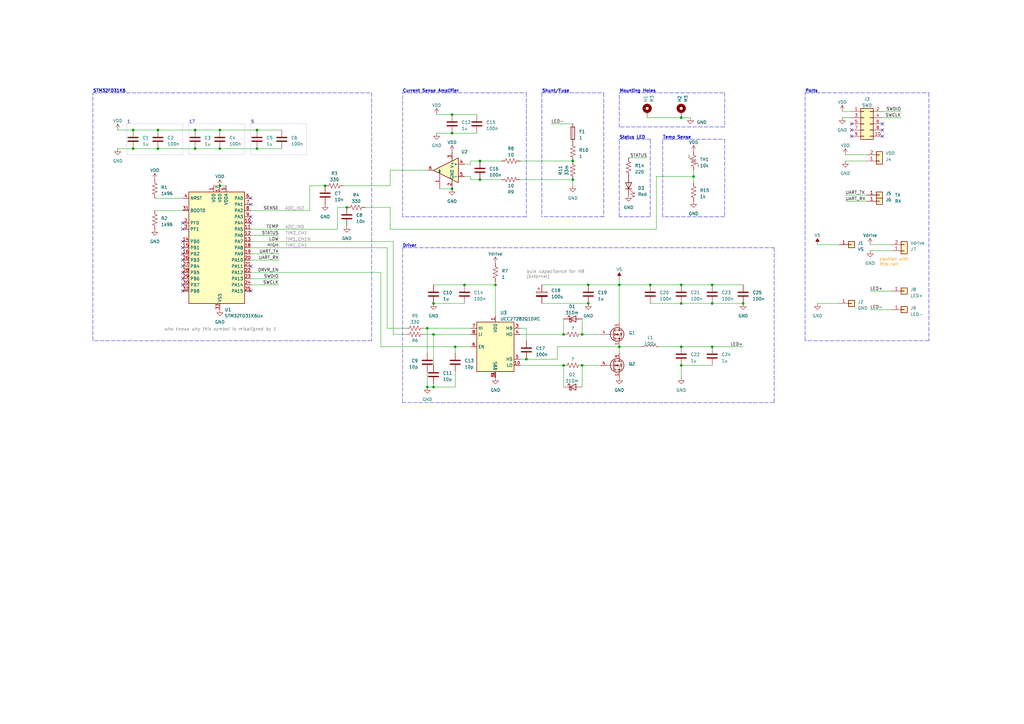
<source format=kicad_sch>
(kicad_sch (version 20230121) (generator eeschema)
  (paper "A3")
  (title_block (title "Onewheel Headlights V2") (date "2023-02-26") (rev "3") (company "Adin Ackerman") (comment 1 "https://github.com.adinack"))
  (junction (at 238.76 149.86))
  (junction (at 185.42 54.61))
  (junction (at 186.69 142.24))
  (junction (at 254 116.84))
  (junction (at 185.42 46.99))
  (junction (at 80.01 53.34))
  (junction (at 175.26 158.75))
  (junction (at 90.17 53.34))
  (junction (at 185.42 77.47))
  (junction (at 304.8 124.46))
  (junction (at 177.8 137.16))
  (junction (at 231.14 149.86))
  (junction (at 292.1 116.84))
  (junction (at 64.77 60.96))
  (junction (at 231.14 137.16))
  (junction (at 177.8 124.46))
  (junction (at 133.35 76.2))
  (junction (at 54.61 60.96))
  (junction (at 64.77 53.34))
  (junction (at 105.41 53.34))
  (junction (at 241.3 116.84))
  (junction (at 203.2 116.84))
  (junction (at 238.76 137.16))
  (junction (at 279.4 124.46))
  (junction (at 279.4 149.86))
  (junction (at 196.85 73.66))
  (junction (at 241.3 124.46))
  (junction (at 279.4 116.84))
  (junction (at 279.4 48.26))
  (junction (at 215.9 147.32))
  (junction (at 105.41 60.96))
  (junction (at 279.4 142.24))
  (junction (at 80.01 60.96))
  (junction (at 234.95 73.66))
  (junction (at 177.8 158.75))
  (junction (at 254 142.24))
  (junction (at 196.85 66.04))
  (junction (at 266.7 116.84))
  (junction (at 292.1 124.46))
  (junction (at 90.17 76.2))
  (junction (at 175.26 134.62))
  (junction (at 284.48 72.39))
  (junction (at 54.61 53.34))
  (junction (at 234.95 66.04))
  (junction (at 292.1 142.24))
  (junction (at 90.17 60.96))
  (junction (at 142.24 85.09))
  (junction (at 190.5 116.84))
  (no_connect (at 102.87 109.22))
  (no_connect (at 74.93 116.84))
  (no_connect (at 74.93 106.68))
  (no_connect (at 74.93 109.22))
  (no_connect (at 74.93 91.44))
  (no_connect (at 74.93 99.06))
  (no_connect (at 102.87 83.82))
  (no_connect (at 74.93 104.14))
  (no_connect (at 102.87 91.44))
  (no_connect (at 349.25 50.8))
  (no_connect (at 102.87 119.38))
  (no_connect (at 349.25 55.88))
  (no_connect (at 361.95 55.88))
  (no_connect (at 361.95 50.8))
  (no_connect (at 102.87 88.9))
  (no_connect (at 102.87 81.28))
  (no_connect (at 74.93 93.98))
  (no_connect (at 349.25 53.34))
  (no_connect (at 361.95 53.34))
  (no_connect (at 74.93 114.3))
  (no_connect (at 74.93 119.38))
  (no_connect (at 74.93 101.6))
  (no_connect (at 74.93 111.76))
  (polyline (pts (xy 165.1 88.9) (xy 165.1 38.1)) (stroke (width 0) (type dash)))
  (wire (pts (xy 160.02 69.85) (xy 160.02 76.2)))
  (wire (pts (xy 186.69 142.24) (xy 193.04 142.24)))
  (wire (pts (xy 175.26 158.75) (xy 175.26 152.4)))
  (polyline (pts (xy 222.25 38.1) (xy 247.65 38.1)) (stroke (width 0) (type dash)))
  (polyline (pts (xy 297.18 38.1) (xy 297.18 52.07)) (stroke (width 0) (type dash)))
  (wire (pts (xy 193.04 67.31) (xy 193.04 66.04)))
  (wire (pts (xy 173.99 137.16) (xy 177.8 137.16)))
  (polyline (pts (xy 381 38.1) (xy 381 139.7)) (stroke (width 0) (type dash)))
  (wire (pts (xy 102.87 106.68) (xy 114.3 106.68)))
  (wire (pts (xy 185.42 46.99) (xy 195.58 46.99)))
  (wire (pts (xy 270.51 142.24) (xy 279.4 142.24)))
  (wire (pts (xy 138.43 85.09) (xy 142.24 85.09)))
  (wire (pts (xy 161.29 137.16) (xy 166.37 137.16)))
  (wire (pts (xy 105.41 53.34) (xy 115.57 53.34)))
  (polyline (pts (xy 152.4 38.1) (xy 152.4 139.7)) (stroke (width 0) (type dash)))
  (polyline (pts (xy 215.9 38.1) (xy 215.9 88.9)) (stroke (width 0) (type dash)))
  (polyline (pts (xy 271.78 57.15) (xy 297.18 57.15)) (stroke (width 0) (type dash)))
  (polyline (pts (xy 254 52.07) (xy 254 38.1)) (stroke (width 0) (type dash)))
  (polyline (pts (xy 165.1 165.1) (xy 165.1 101.6)) (stroke (width 0) (type dash)))
  (wire (pts (xy 265.43 48.26) (xy 279.4 48.26)))
  (wire (pts (xy 222.25 124.46) (xy 241.3 124.46)))
  (wire (pts (xy 177.8 158.75) (xy 175.26 158.75)))
  (wire (pts (xy 190.5 116.84) (xy 203.2 116.84)))
  (polyline (pts (xy 38.1 38.1) (xy 152.4 38.1)) (stroke (width 0) (type dash)))
  (wire (pts (xy 186.69 142.24) (xy 186.69 144.78)))
  (wire (pts (xy 346.71 80.01) (xy 355.6 80.01)))
  (wire (pts (xy 284.48 72.39) (xy 284.48 74.93)))
  (polyline (pts (xy 266.7 57.15) (xy 266.7 88.9)) (stroke (width 0) (type dash)))
  (wire (pts (xy 179.07 54.61) (xy 185.42 54.61)))
  (wire (pts (xy 228.6 142.24) (xy 228.6 147.32)))
  (wire (pts (xy 185.42 54.61) (xy 195.58 54.61)))
  (wire (pts (xy 48.26 53.34) (xy 54.61 53.34)))
  (wire (pts (xy 231.14 130.81) (xy 231.14 137.16)))
  (polyline (pts (xy 297.18 88.9) (xy 271.78 88.9)) (stroke (width 0) (type dash)))
  (wire (pts (xy 177.8 158.75) (xy 186.69 158.75)))
  (polyline (pts (xy 330.2 139.7) (xy 330.2 38.1)) (stroke (width 0) (type dash)))
  (wire (pts (xy 127 86.36) (xy 127 76.2)))
  (wire (pts (xy 102.87 86.36) (xy 127 86.36)))
  (wire (pts (xy 177.8 116.84) (xy 190.5 116.84)))
  (wire (pts (xy 185.42 77.47) (xy 180.34 77.47)))
  (wire (pts (xy 241.3 116.84) (xy 254 116.84)))
  (wire (pts (xy 158.75 134.62) (xy 158.75 101.6)))
  (wire (pts (xy 361.95 45.72) (xy 369.57 45.72)))
  (wire (pts (xy 48.26 60.96) (xy 54.61 60.96)))
  (wire (pts (xy 102.87 96.52) (xy 114.3 96.52)))
  (polyline (pts (xy 297.18 52.07) (xy 254 52.07)) (stroke (width 0) (type dash)))
  (wire (pts (xy 222.25 116.84) (xy 241.3 116.84)))
  (wire (pts (xy 54.61 53.34) (xy 64.77 53.34)))
  (wire (pts (xy 80.01 60.96) (xy 90.17 60.96)))
  (wire (pts (xy 254 114.3) (xy 254 116.84)))
  (wire (pts (xy 356.87 127) (xy 365.76 127)))
  (wire (pts (xy 234.95 73.66) (xy 234.95 76.2)))
  (polyline (pts (xy 317.5 101.6) (xy 317.5 165.1)) (stroke (width 0) (type dash)))
  (wire (pts (xy 160.02 69.85) (xy 175.26 69.85)))
  (polyline (pts (xy 254 38.1) (xy 297.18 38.1)) (stroke (width 0) (type dash)))
  (wire (pts (xy 238.76 149.86) (xy 238.76 158.75)))
  (wire (pts (xy 161.29 99.06) (xy 161.29 137.16)))
  (wire (pts (xy 266.7 124.46) (xy 279.4 124.46)))
  (wire (pts (xy 213.36 147.32) (xy 215.9 147.32)))
  (wire (pts (xy 279.4 142.24) (xy 292.1 142.24)))
  (wire (pts (xy 213.36 73.66) (xy 234.95 73.66)))
  (polyline (pts (xy 271.78 88.9) (xy 271.78 57.15)) (stroke (width 0) (type dash)))
  (wire (pts (xy 173.99 134.62) (xy 175.26 134.62)))
  (polyline (pts (xy 247.65 38.1) (xy 247.65 88.9)) (stroke (width 0) (type dash)))
  (wire (pts (xy 279.4 48.26) (xy 283.21 48.26)))
  (wire (pts (xy 345.44 48.26) (xy 349.25 48.26)))
  (wire (pts (xy 64.77 60.96) (xy 80.01 60.96)))
  (wire (pts (xy 90.17 60.96) (xy 105.41 60.96)))
  (wire (pts (xy 269.24 72.39) (xy 284.48 72.39)))
  (wire (pts (xy 105.41 60.96) (xy 115.57 60.96)))
  (wire (pts (xy 179.07 46.99) (xy 185.42 46.99)))
  (wire (pts (xy 228.6 142.24) (xy 254 142.24)))
  (wire (pts (xy 238.76 137.16) (xy 246.38 137.16)))
  (wire (pts (xy 215.9 147.32) (xy 228.6 147.32)))
  (wire (pts (xy 87.63 76.2) (xy 90.17 76.2)))
  (wire (pts (xy 63.5 81.28) (xy 74.93 81.28)))
  (wire (pts (xy 356.87 100.33) (xy 365.76 100.33)))
  (wire (pts (xy 213.36 137.16) (xy 231.14 137.16)))
  (wire (pts (xy 158.75 134.62) (xy 166.37 134.62)))
  (wire (pts (xy 193.04 73.66) (xy 196.85 73.66)))
  (polyline (pts (xy 254 88.9) (xy 254 57.15)) (stroke (width 0) (type dash)))
  (wire (pts (xy 63.5 86.36) (xy 74.93 86.36)))
  (wire (pts (xy 175.26 134.62) (xy 175.26 144.78)))
  (wire (pts (xy 102.87 93.98) (xy 138.43 93.98)))
  (wire (pts (xy 175.26 134.62) (xy 193.04 134.62)))
  (wire (pts (xy 80.01 53.34) (xy 90.17 53.34)))
  (polyline (pts (xy 330.2 38.1) (xy 381 38.1)) (stroke (width 0) (type dash)))
  (wire (pts (xy 213.36 66.04) (xy 234.95 66.04)))
  (polyline (pts (xy 215.9 88.9) (xy 165.1 88.9)) (stroke (width 0) (type dash)))
  (wire (pts (xy 203.2 116.84) (xy 203.2 129.54)))
  (wire (pts (xy 102.87 104.14) (xy 114.3 104.14)))
  (wire (pts (xy 90.17 53.34) (xy 105.41 53.34)))
  (wire (pts (xy 279.4 124.46) (xy 292.1 124.46)))
  (wire (pts (xy 177.8 137.16) (xy 177.8 149.86)))
  (polyline (pts (xy 165.1 101.6) (xy 317.5 101.6)) (stroke (width 0) (type dash)))
  (wire (pts (xy 346.71 63.5) (xy 355.6 63.5)))
  (polyline (pts (xy 254 57.15) (xy 266.7 57.15)) (stroke (width 0) (type dash)))
  (wire (pts (xy 160.02 85.09) (xy 160.02 93.98)))
  (wire (pts (xy 177.8 137.16) (xy 193.04 137.16)))
  (polyline (pts (xy 247.65 88.9) (xy 222.25 88.9)) (stroke (width 0) (type dash)))
  (wire (pts (xy 292.1 124.46) (xy 304.8 124.46)))
  (wire (pts (xy 238.76 149.86) (xy 246.38 149.86)))
  (wire (pts (xy 335.28 124.46) (xy 344.17 124.46)))
  (wire (pts (xy 140.97 76.2) (xy 160.02 76.2)))
  (polyline (pts (xy 297.18 57.15) (xy 297.18 88.9)) (stroke (width 0) (type dash)))
  (wire (pts (xy 149.86 85.09) (xy 160.02 85.09)))
  (wire (pts (xy 193.04 72.39) (xy 190.5 72.39)))
  (wire (pts (xy 193.04 72.39) (xy 193.04 73.66)))
  (wire (pts (xy 231.14 149.86) (xy 231.14 158.75)))
  (wire (pts (xy 64.77 53.34) (xy 80.01 53.34)))
  (wire (pts (xy 177.8 124.46) (xy 190.5 124.46)))
  (wire (pts (xy 345.44 45.72) (xy 349.25 45.72)))
  (polyline (pts (xy 381 139.7) (xy 330.2 139.7)) (stroke (width 0) (type dash)))
  (polyline (pts (xy 152.4 139.7) (xy 38.1 139.7)) (stroke (width 0) (type dash)))
  (wire (pts (xy 279.4 116.84) (xy 292.1 116.84)))
  (wire (pts (xy 196.85 66.04) (xy 205.74 66.04)))
  (wire (pts (xy 361.95 48.26) (xy 369.57 48.26)))
  (wire (pts (xy 257.81 64.77) (xy 265.43 64.77)))
  (wire (pts (xy 346.71 66.04) (xy 355.6 66.04)))
  (wire (pts (xy 160.02 93.98) (xy 269.24 93.98)))
  (wire (pts (xy 346.71 82.55) (xy 355.6 82.55)))
  (wire (pts (xy 266.7 116.84) (xy 279.4 116.84)))
  (wire (pts (xy 90.17 76.2) (xy 92.71 76.2)))
  (wire (pts (xy 254 142.24) (xy 262.89 142.24)))
  (wire (pts (xy 238.76 130.81) (xy 238.76 137.16)))
  (polyline (pts (xy 266.7 88.9) (xy 254 88.9)) (stroke (width 0) (type dash)))
  (wire (pts (xy 335.28 100.33) (xy 344.17 100.33)))
  (wire (pts (xy 193.04 66.04) (xy 196.85 66.04)))
  (wire (pts (xy 177.8 157.48) (xy 177.8 158.75)))
  (wire (pts (xy 156.21 142.24) (xy 156.21 111.76)))
  (polyline (pts (xy 317.5 165.1) (xy 165.1 165.1)) (stroke (width 0) (type dash)))
  (wire (pts (xy 356.87 102.87) (xy 365.76 102.87)))
  (wire (pts (xy 203.2 116.84) (xy 203.2 115.57)))
  (wire (pts (xy 254 116.84) (xy 266.7 116.84)))
  (wire (pts (xy 254 144.78) (xy 254 142.24)))
  (wire (pts (xy 190.5 67.31) (xy 193.04 67.31)))
  (wire (pts (xy 284.48 69.85) (xy 284.48 72.39)))
  (wire (pts (xy 54.61 60.96) (xy 64.77 60.96)))
  (wire (pts (xy 279.4 149.86) (xy 292.1 149.86)))
  (wire (pts (xy 292.1 116.84) (xy 304.8 116.84)))
  (wire (pts (xy 138.43 93.98) (xy 138.43 85.09)))
  (polyline (pts (xy 38.1 139.7) (xy 38.1 38.1)) (stroke (width 0) (type dash)))
  (wire (pts (xy 161.29 99.06) (xy 102.87 99.06)))
  (wire (pts (xy 254 116.84) (xy 254 132.08)))
  (wire (pts (xy 127 76.2) (xy 133.35 76.2)))
  (wire (pts (xy 196.85 73.66) (xy 205.74 73.66)))
  (wire (pts (xy 292.1 142.24) (xy 304.8 142.24)))
  (wire (pts (xy 269.24 93.98) (xy 269.24 72.39)))
  (wire (pts (xy 234.95 50.8) (xy 226.06 50.8)))
  (wire (pts (xy 102.87 101.6) (xy 158.75 101.6)))
  (wire (pts (xy 156.21 142.24) (xy 186.69 142.24)))
  (wire (pts (xy 356.87 119.38) (xy 365.76 119.38)))
  (wire (pts (xy 102.87 114.3) (xy 114.3 114.3)))
  (wire (pts (xy 186.69 158.75) (xy 186.69 152.4)))
  (wire (pts (xy 279.4 149.86) (xy 279.4 154.94)))
  (wire (pts (xy 215.9 134.62) (xy 213.36 134.62)))
  (polyline (pts (xy 165.1 38.1) (xy 215.9 38.1)) (stroke (width 0) (type dash)))
  (wire (pts (xy 102.87 111.76) (xy 156.21 111.76)))
  (polyline (pts (xy 222.25 38.1) (xy 222.25 88.9)) (stroke (width 0) (type dash)))
  (wire (pts (xy 102.87 116.84) (xy 114.3 116.84)))
  (wire (pts (xy 215.9 139.7) (xy 215.9 134.62)))
  (wire (pts (xy 231.14 149.86) (xy 213.36 149.86)))
  (rectangle (start 77.47 50.8) (end 100.33 63.5) (stroke (width 0) (type dot)))
  (rectangle (start 102.87 50.8) (end 125.73 63.5) (stroke (width 0) (type dot)))
  (rectangle (start 52.07 50.8) (end 74.93 63.5) (stroke (width 0) (type dot)))
  (text "Current Sense Amplifier" (at 165.1 38.1 0) (effects (font (size 1.27 1.27) (thickness 0.254) bold) (justify left bottom)))
  (text "ADC_IN5" (at 116.84 93.98 0) (effects (font (size 1.27 1.27) italic) (justify left bottom)))
  (text "Ports" (at 330.2 38.1 0) (effects (font (size 1.27 1.27) (thickness 0.254) bold) (justify left bottom)))
  (text "Shunt/Fuse" (at 222.25 38.1 0) (effects (font (size 1.27 1.27) (thickness 0.254) bold) (justify left bottom)))
  (text "STM32F031K6" (at 38.1 38.1 0) (effects (font (size 1.27 1.27) (thickness 0.254) bold) (justify left bottom)))
  (text "caution with\nthis rail" (at 360.68 109.22 0) (effects (font (size 1.27 1.27) italic) (justify left bottom)))
  (text "LED Low Side" (at 222.25 91.44 0) (effects (font (size 1.27 1.27) italic) (justify left bottom)))
  (text "TIM3_CH1" (at 116.84 96.52 0) (effects (font (size 1.27 1.27) italic) (justify left bottom)))
  (text "Driver" (at 165.1 101.6 0) (effects (font (size 1.27 1.27) (thickness 0.254) bold) (justify left bottom)))
  (text "bulk capacitance for HB\n(external)" (at 215.9 114.3 0) (effects (font (size 1.27 1.27) italic) (justify left bottom)))
  (text "1" (at 52.07 50.8 0) (effects (font (size 1.27 1.27)) (justify left bottom)))
  (text "Status LED" (at 254 57.15 0) (effects (font (size 1.27 1.27) (thickness 0.254) bold) (justify left bottom)))
  (text "TIM1_CH1N" (at 116.84 99.06 0) (effects (font (size 1.27 1.27) italic) (justify left bottom)))
  (text "17" (at 77.47 50.8 0) (effects (font (size 1.27 1.27)) (justify left bottom)))
  (text "LED High Side" (at 165.1 167.64 0) (effects (font (size 1.27 1.27) italic) (justify left bottom)))
  (text "ADC_IN2" (at 116.84 86.36 0) (effects (font (size 1.27 1.27) italic) (justify left bottom)))
  (text "TIM1_CH1" (at 116.84 101.6 0) (effects (font (size 1.27 1.27) italic) (justify left bottom)))
  (text "5" (at 102.87 50.8 0) (effects (font (size 1.27 1.27)) (justify left bottom)))
  (text "Mounting Holes" (at 254 38.1 0) (effects (font (size 1.27 1.27) (thickness 0.254) bold) (justify left bottom)))
  (text "who knows why this symbol is misaligned by 1" (at 67.31 135.89 0) (effects (font (size 1.27 1.27) italic) (justify left bottom)))
  (text "Temp Sense" (at 271.78 57.15 0) (effects (font (size 1.27 1.27) (thickness 0.254) bold) (justify left bottom)))
  (label "SWDIO" (at 114.3 114.3 180))
  (label "LOW" (at 114.3 99.06 180))
  (label "LED+" (at 304.8 142.24 180))
  (label "UART_TX" (at 346.71 80.01 0))
  (label "UART_TX" (at 114.3 104.14 180))
  (label "SWDIO" (at 369.57 45.72 180))
  (label "UART_RX" (at 346.71 82.55 0))
  (label "SENSE" (at 114.3 86.36 180))
  (label "STATUS" (at 265.43 64.77 180))
  (label "UART_RX" (at 114.3 106.68 180))
  (label "DRVR_EN" (at 114.3 111.76 180))
  (label "LED-" (at 356.87 127 0))
  (label "LED-" (at 226.06 50.8 0))
  (label "HIGH" (at 114.3 101.6 180))
  (label "SWCLK" (at 114.3 116.84 180))
  (label "STATUS" (at 114.3 96.52 180))
  (label "TEMP" (at 114.3 93.98 180))
  (label "SWCLK" (at 369.57 48.26 180))
  (label "LED+" (at 356.87 119.38 0))
  (symbol (lib_id "Device:C") (at 175.26 148.59 0) (mirror y) (unit 1)
    (property "Reference" "C9" (at 171.45 147.955 0) (effects (justify left)))
    (property "Value" "10p" (at 171.45 150.495 0) (effects (justify left)))
    (property "Footprint" "Capacitor_SMD:C_0402_1005Metric" (effects hide))
    (property "Datasheet" "https://www.mouser.com/datasheet/2/281/1/GCM1555C1H100JA16_01A-3141560.pdf" (effects hide))
    (property "Order" "https://www.mouser.com/ProductDetail/Murata-Electronics/GCM1555C1H100JA16D?qs=sGAEpiMZZMvsSlwiRhF8qvR/68X1lAmijhNGBYQgov8%3D" (effects hide))
  )
  (symbol (lib_id "power:VDD") (at 185.42 62.23 0) (mirror y) (unit 1)
    (property "Reference" "#PWR013" (effects hide))
    (property "Value" "VDD" (at 185.42 58.42 0))
  )
  (symbol (lib_id "Connector_Generic:Conn_01x01") (at 360.68 82.55 0) (unit 1) (in_bom no)
    (property "Reference" "J6" (at 363.22 81.915 0) (effects (justify left)))
    (property "Value" "RX" (at 367.03 82.55 0) (effects (justify left)))
    (property "Footprint" "Connector_Wire:SolderWirePad_1x01_SMD_1x2mm" (effects hide))
  )
  (symbol (lib_id "Device:C") (at 304.8 120.65 0) (unit 1)
    (property "Reference" "C25" (at 308.61 120.015 0) (effects (justify left)))
    (property "Value" "100n" (at 308.61 122.555 0) (effects (justify left)))
    (property "Footprint" "Capacitor_SMD:C_1206_3216Metric" (effects hide))
    (property "Datasheet" "https://www.mouser.com/datasheet/2/281/1/GRM31CR72E104KW03_10B-3157108.pdf" (effects hide))
    (property "Order" "https://www.mouser.com/ProductDetail/Murata-Electronics/GRM31CR72E104KW03L?qs=sGAEpiMZZMvsSlwiRhF8qvT4bkVcFZUp1/0POtGxozQ%3D" (effects hide))
  )
  (symbol (lib_id "Device:C") (at 133.35 80.01 0) (mirror y) (unit 1)
    (property "Reference" "C7" (at 137.16 79.375 0) (effects (justify right)))
    (property "Value" "10n" (at 137.16 81.915 0) (effects (justify right)))
    (property "Footprint" "Capacitor_SMD:C_0402_1005Metric" (effects hide))
    (property "Datasheet" "https://www.mouser.com/datasheet/2/281/1/GRM155R71H103JA88_01A-1983993.pdf" (effects hide))
    (property "Order" "https://www.mouser.com/ProductDetail/Murata-Electronics/GRM155R71H103JA88D?qs=sGAEpiMZZMvsSlwiRhF8qjDUpFPnFxE4OZGgFc2Y97o%3D" (effects hide))
  )
  (symbol (lib_id "power:GND") (at 234.95 76.2 0) (unit 1)
    (property "Reference" "#PWR017" (effects hide))
    (property "Value" "GND" (at 234.95 81.28 0))
  )
  (symbol (lib_id "Device:C") (at 90.17 57.15 0) (mirror y) (unit 1)
    (property "Reference" "C4" (at 93.98 56.515 0) (effects (justify right)))
    (property "Value" "100n" (at 93.98 59.055 0) (effects (justify right)))
    (property "Footprint" "Capacitor_SMD:C_0402_1005Metric" (effects hide))
    (property "Datasheet" "https://www.mouser.com/datasheet/2/281/1/GRM155R71H104KE14_01A-1984472.pdf" (effects hide))
    (property "Order" "https://www.mouser.com/ProductDetail/Murata-Electronics/GRM155R71H104KE14D?qs=sGAEpiMZZMvsSlwiRhF8qkiosXznb836lYH0b0rR9OM%3D" (effects hide))
  )
  (symbol (lib_id "Device:R_US") (at 234.95 137.16 90) (unit 1)
    (property "Reference" "R12" (effects hide))
    (property "Value" "?" (at 234.95 134.62 90))
    (property "Footprint" "Resistor_SMD:R_0402_1005Metric" (effects hide))
  )
  (symbol (lib_id "Device:LED") (at 257.81 76.2 90) (unit 1)
    (property "Reference" "D3" (at 261.62 77.1525 90) (effects (justify right)))
    (property "Value" "Red" (at 261.62 79.6925 90) (effects (justify right)))
    (property "Footprint" "LED_SMD:LED_0603_1608Metric" (effects hide))
    (property "Datasheet" "https://www.rohm.com/datasheet?p=SML-D12U8W&dist=Mouser&media=referral&source=mouser.com&campaign=Mouser" (effects hide))
    (property "Order" "https://www.mouser.com/ProductDetail/ROHM-Semiconductor/SML-D12U8WT86?qs=4kLU8WoGk0umlYXJCpvv7Q%3D%3D" (effects hide))
  )
  (symbol (lib_id "power:Vdrive") (at 356.87 100.33 0) (unit 1)
    (property "Reference" "#PWR033" (effects hide))
    (property "Value" "Vdrive" (at 356.87 96.52 0))
  )
  (symbol (lib_id "Device:R_US") (at 284.48 78.74 0) (unit 1)
    (property "Reference" "R15" (at 287.02 78.105 0) (effects (justify left)))
    (property "Value" "1k" (at 287.02 80.645 0) (effects (justify left)))
    (property "Footprint" "Resistor_SMD:R_0402_1005Metric" (effects hide))
  )
  (symbol (lib_id "power:GND") (at 203.2 154.94 0) (unit 1)
    (property "Reference" "#PWR016" (effects hide))
    (property "Value" "GND" (at 203.2 160.02 0))
  )
  (symbol (lib_id "Device:R_US") (at 63.5 77.47 0) (unit 1)
    (property "Reference" "R1" (at 66.04 76.835 0) (effects (justify left)))
    (property "Value" "1k96" (at 66.04 79.375 0) (effects (justify left)))
    (property "Footprint" "Resistor_SMD:R_0402_1005Metric" (effects hide))
    (property "Datasheet" "https://www.mouser.com/datasheet/2/315/AOA0000C304-1149620.pdf" (effects hide))
    (property "Order" "https://www.mouser.com/ProductDetail/Panasonic/ERJ-2RKF1961X?qs=sGAEpiMZZMvdGkrng054t8AJgcdMkx7x5IKyyujYtaU%3D" (effects hide))
  )
  (symbol (lib_id "Device:C") (at 142.24 88.9 0) (mirror y) (unit 1)
    (property "Reference" "C8" (at 146.05 88.265 0) (effects (justify right)))
    (property "Value" "10n" (at 146.05 90.805 0) (effects (justify right)))
    (property "Footprint" "Capacitor_SMD:C_0402_1005Metric" (effects hide))
    (property "Datasheet" "https://www.mouser.com/datasheet/2/281/1/GRM155R71H103JA88_01A-1983993.pdf" (effects hide))
    (property "Order" "https://www.mouser.com/ProductDetail/Murata-Electronics/GRM155R71H103JA88D?qs=sGAEpiMZZMvsSlwiRhF8qjDUpFPnFxE4OZGgFc2Y97o%3D" (effects hide))
  )
  (symbol (lib_id "Device:C") (at 105.41 57.15 0) (mirror y) (unit 1)
    (property "Reference" "C5" (at 109.22 56.515 0) (effects (justify right)))
    (property "Value" "1u" (at 109.22 59.055 0) (effects (justify right)))
    (property "Footprint" "Capacitor_SMD:C_0402_1005Metric" (effects hide))
    (property "Datasheet" "https://www.mouser.com/datasheet/2/281/1/GRM155R61E105MA12_01A-1983855.pdf" (effects hide))
    (property "Order" "https://www.mouser.com/ProductDetail/Murata-Electronics/GRM155R61E105MA12D?qs=sGAEpiMZZMvsSlwiRhF8qn/MY8sF09EMt6YIYFXIeZ4zDFGHyab92w%3D%3D" (effects hide))
  )
  (symbol (lib_id "Device:C") (at 292.1 120.65 0) (unit 1)
    (property "Reference" "C23" (at 295.91 120.015 0) (effects (justify left)))
    (property "Value" "100n" (at 295.91 122.555 0) (effects (justify left)))
    (property "Footprint" "Capacitor_SMD:C_1206_3216Metric" (effects hide))
    (property "Datasheet" "https://www.mouser.com/datasheet/2/281/1/GRM31CR72E104KW03_10B-3157108.pdf" (effects hide))
    (property "Order" "https://www.mouser.com/ProductDetail/Murata-Electronics/GRM31CR72E104KW03L?qs=sGAEpiMZZMvsSlwiRhF8qvT4bkVcFZUp1/0POtGxozQ%3D" (effects hide))
  )
  (symbol (lib_id "Device:R_US") (at 63.5 90.17 0) (unit 1)
    (property "Reference" "R2" (at 66.04 89.535 0) (effects (justify left)))
    (property "Value" "1k96" (at 66.04 92.075 0) (effects (justify left)))
    (property "Footprint" "Resistor_SMD:R_0402_1005Metric" (effects hide))
    (property "Datasheet" "https://www.mouser.com/datasheet/2/315/AOA0000C304-1149620.pdf" (effects hide))
    (property "Order" "https://www.mouser.com/ProductDetail/Panasonic/ERJ-2RKF1961X?qs=sGAEpiMZZMvdGkrng054t8AJgcdMkx7x5IKyyujYtaU%3D" (effects hide))
  )
  (symbol (lib_id "power:GND") (at 356.87 102.87 0) (unit 1)
    (property "Reference" "#PWR034" (effects hide))
    (property "Value" "GND" (at 356.87 107.95 0))
  )
  (symbol (lib_id "power:GND") (at 283.21 48.26 0) (unit 1)
    (property "Reference" "#PWR023" (effects hide))
    (property "Value" "GND" (at 285.75 50.165 0) (effects (justify left)))
  )
  (symbol (lib_id "power:VDD") (at 48.26 53.34 0) (unit 1)
    (property "Reference" "#PWR01" (effects hide))
    (property "Value" "VDD" (at 48.26 49.53 0))
  )
  (symbol (lib_id "Transistor_FET:BSC190N12NS3G") (at 251.46 137.16 0) (unit 1)
    (property "Reference" "Q1" (at 257.81 136.525 0) (effects (justify left)))
    (property "Value" "BSC190N12NS3G" (effects hide))
    (property "Footprint" "Package_TO_SOT_SMD:TDSON-8-1" (effects hide))
    (property "Datasheet" "https://www.mouser.com/datasheet/2/196/Infineon_BSC190N12NS3_DS_v02_05_en-3160566.pdf" (effects hide))
    (property "Order" "https://www.mouser.com/ProductDetail/Infineon-Technologies/BSC190N12NS3-G?qs=wK%252BoHS4yu54HTcKbjXLHUg%3D%3D" (effects hide))
  )
  (symbol (lib_id "Device:L") (at 266.7 142.24 90) (unit 1)
    (property "Reference" "L1" (at 266.7 138.43 90))
    (property "Value" "100u" (at 266.7 140.97 90))
    (property "Footprint" "Inductor_SMD:L_Bourns-SRN8040_8x8.15mm" (effects hide))
    (property "Datasheet" "https://www.mouser.com/datasheet/2/54/SRN8040-1391517.pdf" (effects hide))
    (property "Order" "https://www.mouser.com/ProductDetail/Bourns/SRN8040-101M?qs=opBjA1TV902pEUqOZBsqAg%3D%3D" (effects hide))
  )
  (symbol (lib_id "power:GND") (at 63.5 93.98 0) (unit 1)
    (property "Reference" "#PWR04" (effects hide))
    (property "Value" "GND" (at 63.5 99.06 0))
  )
  (symbol (lib_id "Device:C") (at 279.4 146.05 0) (unit 1)
    (property "Reference" "C22" (at 283.21 145.415 0) (effects (justify left)))
    (property "Value" "1u" (at 283.21 147.955 0) (effects (justify left)))
    (property "Footprint" "Capacitor_SMD:C_2220_5650Metric" (effects hide))
    (property "Datasheet" "https://www.mouser.com/datasheet/2/281/1/GRM55DR72E105KW01_15B-3157587.pdf" (effects hide))
    (property "Order" "https://www.mouser.com/ProductDetail/Murata-Electronics/GRM55DR72E105KW01L?qs=sGAEpiMZZMvsSlwiRhF8qhnZxkzBEuAQzT5BHPoyNOo%3D" (effects hide))
  )
  (symbol (lib_id "Device:R_US") (at 203.2 111.76 180) (unit 1)
    (property "Reference" "R7" (at 205.74 111.125 0) (effects (justify right)))
    (property "Value" "1" (at 205.74 113.665 0) (effects (justify right)))
    (property "Footprint" "Resistor_SMD:R_0402_1005Metric" (effects hide))
    (property "Datasheet" "https://www.mouser.com/datasheet/2/315/AOA0000C334-1314047.pdf" (effects hide))
    (property "Order" "https://www.mouser.com/ProductDetail/Panasonic/ERJ-U02F1R00X?qs=sGAEpiMZZMvdGkrng054twKDKoBh%252BscnZhoQMbR5MBloEX4IU0UDZA%3D%3D" (effects hide))
  )
  (symbol (lib_id "power:GND") (at 179.07 54.61 0) (unit 1)
    (property "Reference" "#PWR012" (effects hide))
    (property "Value" "GND" (at 179.07 59.69 0))
  )
  (symbol (lib_id "Device:R_US") (at 146.05 85.09 90) (unit 1)
    (property "Reference" "R4" (at 146.05 80.01 90))
    (property "Value" "330" (at 146.05 82.55 90))
    (property "Footprint" "Resistor_SMD:R_0402_1005Metric" (effects hide))
    (property "Datasheet" "https://www.mouser.com/datasheet/2/315/AOA0000C304-1149620.pdf" (effects hide))
    (property "Order" "https://www.mouser.com/ProductDetail/Panasonic/ERJ-2RKF3300X?qs=sGAEpiMZZMvdGkrng054t8AJgcdMkx7xHKjITkTsoAQ%3D" (effects hide))
  )
  (symbol (lib_id "Device:C") (at 196.85 69.85 0) (mirror y) (unit 1)
    (property "Reference" "C16" (at 200.66 69.215 0) (effects (justify right)))
    (property "Value" "100n" (at 200.66 71.755 0) (effects (justify right)))
    (property "Footprint" "Capacitor_SMD:C_0402_1005Metric" (effects hide))
    (property "Datasheet" "https://www.mouser.com/datasheet/2/281/1/GRM155R71H104KE14_01A-1984472.pdf" (effects hide))
    (property "Order" "https://www.mouser.com/ProductDetail/Murata-Electronics/GRM155R71H104KE14D?qs=sGAEpiMZZMvsSlwiRhF8qkiosXznb836lYH0b0rR9OM%3D" (effects hide))
  )
  (symbol (lib_id "power:VDD") (at 284.48 62.23 0) (unit 1)
    (property "Reference" "#PWR024" (effects hide))
    (property "Value" "VDD" (at 284.48 58.42 0))
  )
  (symbol (lib_id "Device:C") (at 115.57 57.15 0) (mirror y) (unit 1)
    (property "Reference" "C6" (at 119.38 56.515 0) (effects (justify right)))
    (property "Value" "100n" (at 119.38 59.055 0) (effects (justify right)))
    (property "Footprint" "Capacitor_SMD:C_0402_1005Metric" (effects hide))
    (property "Datasheet" "https://www.mouser.com/datasheet/2/281/1/GRM155R71H104KE14_01A-1984472.pdf" (effects hide))
    (property "Order" "https://www.mouser.com/ProductDetail/Murata-Electronics/GRM155R71H104KE14D?qs=sGAEpiMZZMvsSlwiRhF8qkiosXznb836lYH0b0rR9OM%3D" (effects hide))
  )
  (symbol (lib_id "power:VS") (at 335.28 100.33 0) (unit 1)
    (property "Reference" "#PWR027" (effects hide))
    (property "Value" "VS" (at 335.28 96.52 0))
  )
  (symbol (lib_id "power:GND") (at 185.42 77.47 0) (mirror y) (unit 1)
    (property "Reference" "#PWR014" (effects hide))
    (property "Value" "GND" (at 185.42 82.55 0))
  )
  (symbol (lib_id "power:Vdrive") (at 203.2 107.95 0) (unit 1)
    (property "Reference" "#PWR015" (effects hide))
    (property "Value" "Vdrive" (at 203.2 104.14 0))
  )
  (symbol (lib_id "power:GND") (at 345.44 48.26 0) (unit 1)
    (property "Reference" "#PWR030" (effects hide))
    (property "Value" "GND" (at 345.44 53.34 0))
  )
  (symbol (lib_id "Device:R_US") (at 234.95 69.85 0) (unit 1)
    (property "Reference" "R11" (at 229.87 69.85 90))
    (property "Value" "33m" (at 232.41 69.85 90))
    (property "Footprint" "Resistor_SMD:R_1206_3216Metric" (effects hide))
    (property "Datasheet" "https://www.mouser.com/datasheet/2/315/AOA0000C313-1141758.pdf" (effects hide))
    (property "Order" "https://www.mouser.com/ProductDetail/Panasonic/ERJ-8CWFR033V?qs=tfZGHB2PWd0n2jlTaH%252BNjA%3D%3D" (effects hide))
  )
  (symbol (lib_id "Device:C") (at 80.01 57.15 0) (mirror y) (unit 1)
    (property "Reference" "C3" (at 83.82 56.515 0) (effects (justify right)))
    (property "Value" "1u" (at 83.82 59.055 0) (effects (justify right)))
    (property "Footprint" "Capacitor_SMD:C_0402_1005Metric" (effects hide))
    (property "Datasheet" "https://www.mouser.com/datasheet/2/281/1/GRM155R61E105MA12_01A-1983855.pdf" (effects hide))
    (property "Order" "https://www.mouser.com/ProductDetail/Murata-Electronics/GRM155R61E105MA12D?qs=sGAEpiMZZMvsSlwiRhF8qn/MY8sF09EMt6YIYFXIeZ4zDFGHyab92w%3D%3D" (effects hide))
  )
  (symbol (lib_id "power:GND") (at 48.26 60.96 0) (unit 1)
    (property "Reference" "#PWR02" (effects hide))
    (property "Value" "GND" (at 48.26 66.04 0))
  )
  (symbol (lib_id "power:VDD") (at 179.07 46.99 0) (unit 1)
    (property "Reference" "#PWR011" (effects hide))
    (property "Value" "VDD" (at 179.07 43.18 0))
  )
  (symbol (lib_id "Connector_Generic:Conn_01x01") (at 370.84 127 0) (unit 1) (in_bom no)
    (property "Reference" "J9" (at 373.38 126.365 0) (effects (justify left)))
    (property "Value" "LED-" (at 373.38 128.905 0) (effects (justify left)))
    (property "Footprint" "Connector_Wire:SolderWirePad_1x01_SMD_4x6mm" (effects hide))
  )
  (symbol (lib_id "power:GND") (at 254 154.94 0) (unit 1)
    (property "Reference" "#PWR020" (effects hide))
    (property "Value" "GND" (at 254 160.02 0))
  )
  (symbol (lib_id "Device:R_US") (at 209.55 73.66 90) (mirror x) (unit 1)
    (property "Reference" "R9" (at 209.55 78.74 90))
    (property "Value" "10" (at 209.55 76.2 90))
    (property "Footprint" "Resistor_SMD:R_0402_1005Metric" (effects hide))
    (property "Datasheet" "https://www.mouser.com/datasheet/2/315/AOA0000C304-1149620.pdf" (effects hide))
    (property "Order" "https://www.mouser.com/ProductDetail/Panasonic/ERJ-2RKF10R0X?qs=sGAEpiMZZMvdGkrng054t8ugkoYZivkg%252Bh4oYh%252BSvTk%3D" (effects hide))
  )
  (symbol (lib_id "Device:C") (at 292.1 146.05 0) (unit 1)
    (property "Reference" "C24" (at 295.91 145.415 0) (effects (justify left)))
    (property "Value" "1u" (at 295.91 147.955 0) (effects (justify left)))
    (property "Footprint" "Capacitor_SMD:C_2220_5650Metric" (effects hide))
    (property "Datasheet" "https://www.mouser.com/datasheet/2/281/1/GRM55DR72E105KW01_15B-3157587.pdf" (effects hide))
    (property "Order" "https://www.mouser.com/ProductDetail/Murata-Electronics/GRM55DR72E105KW01L?qs=sGAEpiMZZMvsSlwiRhF8qhnZxkzBEuAQzT5BHPoyNOo%3D" (effects hide))
  )
  (symbol (lib_id "power:VDD") (at 90.17 76.2 0) (unit 1)
    (property "Reference" "#PWR05" (effects hide))
    (property "Value" "VDD" (at 90.17 72.39 0))
  )
  (symbol (lib_id "power:GND") (at 279.4 154.94 0) (unit 1)
    (property "Reference" "#PWR022" (effects hide))
    (property "Value" "GND" (at 279.4 160.02 0))
  )
  (symbol (lib_id "power:VS") (at 254 114.3 0) (unit 1)
    (property "Reference" "#PWR019" (effects hide))
    (property "Value" "VS" (at 254 110.49 0))
  )
  (symbol (lib_id "Device:C_Polarized") (at 222.25 120.65 0) (unit 1) (on_board no)
    (property "Reference" "C18" (at 226.06 119.126 0) (effects (justify left)))
    (property "Value" "100u" (at 226.06 121.666 0) (effects (justify left)))
    (property "Datasheet" "https://www.mouser.com/datasheet/2/293/e_uvr-1889929.pdf" (effects hide))
    (property "Order" "https://www.mouser.com/ProductDetail/Nichicon/UVR2C101MHD1TO?qs=sGAEpiMZZMvwFf0viD3Y3UBsv8D81QaEvc8oGJ3Rlh4%3D" (effects hide))
  )
  (symbol (lib_id "Device:R_US") (at 170.18 137.16 270) (unit 1)
    (property "Reference" "R6" (at 170.18 139.7 90))
    (property "Value" "330" (effects hide))
    (property "Footprint" "Resistor_SMD:R_0402_1005Metric" (effects hide))
    (property "Datasheet" "https://www.mouser.com/datasheet/2/315/AOA0000C304-1149620.pdf" (effects hide))
    (property "Order" "https://www.mouser.com/ProductDetail/Panasonic/ERJ-2RKF3300X?qs=sGAEpiMZZMvdGkrng054t8AJgcdMkx7xHKjITkTsoAQ%3D" (effects hide))
  )
  (symbol (lib_id "Device:R_US") (at 137.16 76.2 90) (unit 1)
    (property "Reference" "R3" (at 137.16 71.12 90))
    (property "Value" "330" (at 137.16 73.66 90))
    (property "Footprint" "Resistor_SMD:R_0402_1005Metric" (effects hide))
    (property "Datasheet" "https://www.mouser.com/datasheet/2/315/AOA0000C304-1149620.pdf" (effects hide))
    (property "Order" "https://www.mouser.com/ProductDetail/Panasonic/ERJ-2RKF3300X?qs=sGAEpiMZZMvdGkrng054t8AJgcdMkx7xHKjITkTsoAQ%3D" (effects hide))
  )
  (symbol (lib_id "Device:R_US") (at 209.55 66.04 90) (unit 1)
    (property "Reference" "R8" (at 209.55 60.96 90))
    (property "Value" "10" (at 209.55 63.5 90))
    (property "Footprint" "Resistor_SMD:R_0402_1005Metric" (effects hide))
    (property "Datasheet" "https://www.mouser.com/datasheet/2/315/AOA0000C304-1149620.pdf" (effects hide))
    (property "Order" "https://www.mouser.com/ProductDetail/Panasonic/ERJ-2RKF10R0X?qs=sGAEpiMZZMvdGkrng054t8ugkoYZivkg%252Bh4oYh%252BSvTk%3D" (effects hide))
  )
  (symbol (lib_id "power:VDD") (at 63.5 73.66 0) (unit 1)
    (property "Reference" "#PWR03" (effects hide))
    (property "Value" "VDD" (at 63.5 69.85 0))
  )
  (symbol (lib_id "Connector_Generic:Conn_01x02") (at 360.68 66.04 0) (mirror x) (unit 1) (in_bom no)
    (property "Reference" "J4" (at 363.22 65.405 0) (effects (justify left)))
    (property "Value" "VDD" (at 363.22 62.865 0) (effects (justify left)))
    (property "Footprint" "Connector_Wire:SolderWire-0.25sqmm_1x02_P4.2mm_D0.65mm_OD1.7mm" (effects hide))
  )
  (symbol (lib_id "Device:R_US") (at 234.95 62.23 0) (unit 1)
    (property "Reference" "R10" (at 237.49 61.595 0) (effects (justify left)))
    (property "Value" "1" (at 237.49 64.135 0) (effects (justify left)))
    (property "Footprint" "Resistor_SMD:R_1206_3216Metric" (effects hide))
    (property "Datasheet" "https://www.mouser.com/datasheet/2/315/AOA0000C331-1141874.pdf" (effects hide))
    (property "Order" "https://www.mouser.com/ProductDetail/Panasonic/ERJ-P08J1R0V?qs=sGAEpiMZZMvdGkrng054tzSGWtpoOZZI%252BQ120akGCYk%3D" (effects hide))
  )
  (symbol (lib_id "Device:C") (at 195.58 50.8 0) (mirror y) (unit 1)
    (property "Reference" "C15" (at 199.39 50.165 0) (effects (justify right)))
    (property "Value" "100n" (at 199.39 52.705 0) (effects (justify right)))
    (property "Footprint" "Capacitor_SMD:C_0402_1005Metric" (effects hide))
    (property "Datasheet" "https://www.mouser.com/datasheet/2/281/1/GRM155R71H104KE14_01A-1984472.pdf" (effects hide))
    (property "Order" "https://www.mouser.com/ProductDetail/Murata-Electronics/GRM155R71H104KE14D?qs=sGAEpiMZZMvsSlwiRhF8qkiosXznb836lYH0b0rR9OM%3D" (effects hide))
  )
  (symbol (lib_id "Device:C") (at 54.61 57.15 0) (mirror y) (unit 1)
    (property "Reference" "C1" (at 58.42 56.515 0) (effects (justify right)))
    (property "Value" "1u" (at 58.42 59.055 0) (effects (justify right)))
    (property "Footprint" "Capacitor_SMD:C_0402_1005Metric" (effects hide))
    (property "Datasheet" "https://www.mouser.com/datasheet/2/281/1/GRM155R61E105MA12_01A-1983855.pdf" (effects hide))
    (property "Order" "https://www.mouser.com/ProductDetail/Murata-Electronics/GRM155R61E105MA12D?qs=sGAEpiMZZMvsSlwiRhF8qn/MY8sF09EMt6YIYFXIeZ4zDFGHyab92w%3D%3D" (effects hide))
  )
  (symbol (lib_id "Mechanical:MountingHole_Pad") (at 265.43 45.72 0) (unit 1) (in_bom no)
    (property "Reference" "H1" (at 264.795 41.91 90) (effects (justify left)))
    (property "Value" "M3" (at 267.335 41.91 90) (effects (justify left)))
    (property "Footprint" "MountingHole:MountingHole_3.2mm_M3_Pad_Via" (effects hide))
  )
  (symbol (lib_id "Mechanical:MountingHole_Pad") (at 279.4 45.72 0) (unit 1) (in_bom no)
    (property "Reference" "H2" (at 278.765 41.91 90) (effects (justify left)))
    (property "Value" "M3" (at 281.305 41.91 90) (effects (justify left)))
    (property "Footprint" "MountingHole:MountingHole_3.2mm_M3_Pad_Via" (effects hide))
  )
  (symbol (lib_id "power:GND") (at 257.81 80.01 0) (unit 1)
    (property "Reference" "#PWR021" (effects hide))
    (property "Value" "GND" (at 257.81 85.09 0))
  )
  (symbol (lib_id "power:GND") (at 142.24 92.71 0) (unit 1)
    (property "Reference" "#PWR08" (effects hide))
    (property "Value" "GND" (at 142.24 97.79 0))
  )
  (symbol (lib_id "Connector_Generic:Conn_01x02") (at 370.84 102.87 0) (mirror x) (unit 1) (in_bom no)
    (property "Reference" "J7" (at 373.38 102.235 0) (effects (justify left)))
    (property "Value" "Vdrive" (at 373.38 99.695 0) (effects (justify left)))
    (property "Footprint" "Connector_Wire:SolderWire-0.25sqmm_1x02_P4.2mm_D0.65mm_OD1.7mm" (effects hide))
  )
  (symbol (lib_id "power:GND") (at 284.48 82.55 0) (unit 1)
    (property "Reference" "#PWR025" (effects hide))
    (property "Value" "GND" (at 284.48 87.63 0))
  )
  (symbol (lib_id "Device:Fuse") (at 234.95 54.61 0) (unit 1)
    (property "Reference" "F1" (at 237.49 53.975 0) (effects (justify left)))
    (property "Value" "1" (at 237.49 56.515 0) (effects (justify left)))
    (property "Footprint" "Fuse:Fuse_0402_1005Metric" (effects hide))
    (property "Datasheet" "https://www.mouser.com/datasheet/2/315/AFA0000C7-1025982.pdf" (effects hide))
    (property "Order" "https://www.mouser.com/ProductDetail/Panasonic/ERB-RD1R00X?qs=YIEcsSB2Lz7kffua21Xbaw%3D%3D" (effects hide))
  )
  (symbol (lib_id "Device:C") (at 177.8 120.65 0) (mirror y) (unit 1)
    (property "Reference" "C10" (at 181.61 120.015 0) (effects (justify right)))
    (property "Value" "1u" (at 181.61 122.555 0) (effects (justify right)))
    (property "Footprint" "Capacitor_SMD:C_0402_1005Metric" (effects hide))
    (property "Datasheet" "https://www.mouser.com/datasheet/2/281/1/GRM155R61E105MA12_01A-1983855.pdf" (effects hide))
    (property "Order" "https://www.mouser.com/ProductDetail/Murata-Electronics/GRM155R61E105MA12D?qs=sGAEpiMZZMvsSlwiRhF8qn/MY8sF09EMt6YIYFXIeZ4zDFGHyab92w%3D%3D" (effects hide))
  )
  (symbol (lib_id "power:GND") (at 346.71 66.04 0) (unit 1)
    (property "Reference" "#PWR032" (effects hide))
    (property "Value" "GND" (at 346.71 71.12 0))
  )
  (symbol (lib_id "Connector_Generic:Conn_01x01") (at 360.68 80.01 0) (unit 1) (in_bom no)
    (property "Reference" "J5" (at 363.22 79.375 0) (effects (justify left)))
    (property "Value" "TX" (at 367.03 80.01 0) (effects (justify left)))
    (property "Footprint" "Connector_Wire:SolderWirePad_1x01_SMD_1x2mm" (effects hide))
  )
  (symbol (lib_id "Connector_Generic:Conn_01x01") (at 349.25 124.46 0) (unit 1) (in_bom no)
    (property "Reference" "J2" (at 351.79 123.825 0) (effects (justify left)))
    (property "Value" "GND" (at 351.79 126.365 0) (effects (justify left)))
    (property "Footprint" "Connector_Wire:SolderWirePad_1x01_SMD_4x6mm" (effects hide))
  )
  (symbol (lib_id "Device:D_Schottky") (at 234.95 130.81 0) (unit 1)
    (property "Reference" "D1" (at 234.6325 125.73 0))
    (property "Value" "310m" (at 234.6325 128.27 0))
    (property "Footprint" "Diode_SMD:D_SOD-523" (effects hide))
    (property "Datasheet" "https://www.mouser.com/datasheet/2/916/PMEG2010ER-2938515.pdf" (effects hide))
    (property "Order" "https://www.mouser.com/ProductDetail/Nexperia/PMEG2010ER115?qs=LMSg3oBIm/jLN28PGE8ULg%3D%3D" (effects hide))
  )
  (symbol (lib_id "power:VDD") (at 345.44 45.72 0) (unit 1)
    (property "Reference" "#PWR029" (effects hide))
    (property "Value" "VDD" (at 345.44 41.91 0))
  )
  (symbol (lib_id "Device:R_US") (at 234.95 149.86 90) (unit 1)
    (property "Reference" "R13" (effects hide))
    (property "Value" "?" (at 234.95 147.32 90))
    (property "Footprint" "Resistor_SMD:R_0402_1005Metric" (effects hide))
  )
  (symbol (lib_id "Connector_Generic:Conn_01x01") (at 349.25 100.33 0) (unit 1) (in_bom no)
    (property "Reference" "J1" (at 351.79 99.695 0) (effects (justify left)))
    (property "Value" "VS" (at 351.79 102.235 0) (effects (justify left)))
    (property "Footprint" "Connector_Wire:SolderWirePad_1x01_SMD_4x6mm" (effects hide))
  )
  (symbol (lib_id "Device:C") (at 279.4 120.65 0) (unit 1)
    (property "Reference" "C21" (at 283.21 120.015 0) (effects (justify left)))
    (property "Value" "100n" (at 283.21 122.555 0) (effects (justify left)))
    (property "Footprint" "Capacitor_SMD:C_1206_3216Metric" (effects hide))
    (property "Datasheet" "https://www.mouser.com/datasheet/2/281/1/GRM31CR72E104KW03_10B-3157108.pdf" (effects hide))
    (property "Order" "https://www.mouser.com/ProductDetail/Murata-Electronics/GRM31CR72E104KW03L?qs=sGAEpiMZZMvsSlwiRhF8qvT4bkVcFZUp1/0POtGxozQ%3D" (effects hide))
  )
  (symbol (lib_id "power:GND") (at 175.26 158.75 0) (mirror y) (unit 1)
    (property "Reference" "#PWR09" (effects hide))
    (property "Value" "GND" (at 175.26 163.83 0))
  )
  (symbol (lib_id "Device:C") (at 186.69 148.59 0) (unit 1)
    (property "Reference" "C13" (at 190.5 147.955 0) (effects (justify left)))
    (property "Value" "10p" (at 190.5 150.495 0) (effects (justify left)))
    (property "Footprint" "Capacitor_SMD:C_0402_1005Metric" (effects hide))
    (property "Datasheet" "https://www.mouser.com/datasheet/2/281/1/GCM1555C1H100JA16_01A-3141560.pdf" (effects hide))
    (property "Order" "https://www.mouser.com/ProductDetail/Murata-Electronics/GCM1555C1H100JA16D?qs=sGAEpiMZZMvsSlwiRhF8qvR/68X1lAmijhNGBYQgov8%3D" (effects hide))
  )
  (symbol (lib_id "power:GND") (at 241.3 124.46 0) (unit 1)
    (property "Reference" "#PWR018" (effects hide))
    (property "Value" "GND" (at 241.3 129.54 0))
  )
  (symbol (lib_id "Device:C") (at 190.5 120.65 0) (mirror y) (unit 1)
    (property "Reference" "C14" (at 194.31 120.015 0) (effects (justify right)))
    (property "Value" "100n" (at 194.31 122.555 0) (effects (justify right)))
    (property "Footprint" "Capacitor_SMD:C_0402_1005Metric" (effects hide))
    (property "Datasheet" "https://www.mouser.com/datasheet/2/281/1/GRM155R71H104KE14_01A-1984472.pdf" (effects hide))
    (property "Order" "https://www.mouser.com/ProductDetail/Murata-Electronics/GRM155R71H104KE14D?qs=sGAEpiMZZMvsSlwiRhF8qkiosXznb836lYH0b0rR9OM%3D" (effects hide))
  )
  (symbol (lib_id "Device:C") (at 64.77 57.15 0) (mirror y) (unit 1)
    (property "Reference" "C2" (at 68.58 56.515 0) (effects (justify right)))
    (property "Value" "100n" (at 68.58 59.055 0) (effects (justify right)))
    (property "Footprint" "Capacitor_SMD:C_0402_1005Metric" (effects hide))
    (property "Datasheet" "https://www.mouser.com/datasheet/2/281/1/GRM155R71H104KE14_01A-1984472.pdf" (effects hide))
    (property "Order" "https://www.mouser.com/ProductDetail/Murata-Electronics/GRM155R71H104KE14D?qs=sGAEpiMZZMvsSlwiRhF8qkiosXznb836lYH0b0rR9OM%3D" (effects hide))
  )
  (symbol (lib_id "power:GND") (at 177.8 124.46 0) (unit 1)
    (property "Reference" "#PWR010" (effects hide))
    (property "Value" "GND" (at 177.8 129.54 0))
  )
  (symbol (lib_id "Device:D_Schottky") (at 234.95 158.75 0) (unit 1)
    (property "Reference" "D2" (at 234.6325 153.67 0))
    (property "Value" "310m" (at 234.6325 156.21 0))
    (property "Footprint" "Diode_SMD:D_SOD-523" (effects hide))
    (property "Datasheet" "https://www.mouser.com/datasheet/2/916/PMEG2010ER-2938515.pdf" (effects hide))
    (property "Order" "https://www.mouser.com/ProductDetail/Nexperia/PMEG2010ER115?qs=LMSg3oBIm/jLN28PGE8ULg%3D%3D" (effects hide))
  )
  (symbol (lib_id "power:GND") (at 335.28 124.46 0) (unit 1)
    (property "Reference" "#PWR028" (effects hide))
    (property "Value" "GND" (at 335.28 129.54 0))
  )
  (symbol (lib_id "power:GND") (at 90.17 127 0) (unit 1)
    (property "Reference" "#PWR06" (effects hide))
    (property "Value" "GND" (at 90.17 132.08 0))
  )
  (symbol (lib_id "Connector_Generic:Conn_02x05_Odd_Even") (at 354.33 50.8 0) (unit 1)
    (property "Reference" "J3" (at 355.6 40.64 0))
    (property "Value" "SWD" (at 355.6 43.18 0))
    (property "Footprint" "Connector_Harwin:M50-3600542" (effects hide))
    (property "Datasheet" "https://www.mouser.com/datasheet/2/181/M50_360R-1064294.pdf" (effects hide))
    (property "Order" "https://www.mouser.com/ProductDetail/Harwin/M50-3600542R?qs=DVxm2sPGGrrPu%2FxuhpV3yw%3D%3D" (effects hide))
  )
  (symbol (lib_id "Connector_Generic:Conn_01x01") (at 370.84 119.38 0) (unit 1) (in_bom no)
    (property "Reference" "J8" (at 373.38 118.745 0) (effects (justify left)))
    (property "Value" "LED+" (at 373.38 121.285 0) (effects (justify left)))
    (property "Footprint" "Connector_Wire:SolderWirePad_1x01_SMD_4x6mm" (effects hide))
  )
  (symbol (lib_id "Amplifier_Current:INA199xxDCK") (at 182.88 69.85 0) (mirror y) (unit 1)
    (property "Reference" "U2" (at 190.5 62.23 0))
    (property "Value" "INA199A2DCKR" (effects hide))
    (property "Footprint" "Package_TO_SOT_SMD:SOT-363_SC-70-6" (effects hide))
    (property "Datasheet" "http://www.ti.com/lit/ds/symlink/ina199.pdf" (effects hide))
    (property "Order" "https://www.mouser.com/ProductDetail/Texas-Instruments/INA199A2DCKR?qs=v3hU%2FV0XOai5fUU9siwetQ%3D%3D" (effects hide))
  )
  (symbol (lib_id "Device:Thermistor_US") (at 284.48 66.04 0) (unit 1)
    (property "Reference" "TH1" (at 287.02 65.405 0) (effects (justify left)))
    (property "Value" "10k" (at 287.02 67.945 0) (effects (justify left)))
    (property "Footprint" "Resistor_SMD:R_0402_1005Metric" (effects hide))
    (property "Datasheet" "https://www.mouser.com/datasheet/2/315/AUA0000C8-1131141.pdf" (effects hide))
    (property "Order" "https://www.mouser.com/ProductDetail/Panasonic/ERT-J0ER103J?qs=sGAEpiMZZMt1hubY80/s8GWWw5nphhT6CqpSukACtWI%3D" (effects hide))
  )
  (symbol (lib_id "Device:C") (at 241.3 120.65 0) (unit 1)
    (property "Reference" "C19" (at 245.11 120.015 0) (effects (justify left)))
    (property "Value" "1u" (at 245.11 122.555 0) (effects (justify left)))
    (property "Footprint" "Capacitor_SMD:C_2220_5650Metric" (effects hide))
    (property "Datasheet" "https://www.mouser.com/datasheet/2/281/1/GRM55DR72E105KW01_15B-3157587.pdf" (effects hide))
    (property "Order" "https://www.mouser.com/ProductDetail/Murata-Electronics/GRM55DR72E105KW01L?qs=sGAEpiMZZMvsSlwiRhF8qhnZxkzBEuAQzT5BHPoyNOo%3D" (effects hide))
  )
  (symbol (lib_id "Device:C") (at 185.42 50.8 0) (mirror y) (unit 1)
    (property "Reference" "C12" (at 189.23 50.165 0) (effects (justify right)))
    (property "Value" "1u" (at 189.23 52.705 0) (effects (justify right)))
    (property "Footprint" "Capacitor_SMD:C_0402_1005Metric" (effects hide))
    (property "Datasheet" "https://www.mouser.com/datasheet/2/281/1/GRM155R61E105MA12_01A-1983855.pdf" (effects hide))
    (property "Order" "https://www.mouser.com/ProductDetail/Murata-Electronics/GRM155R61E105MA12D?qs=sGAEpiMZZMvsSlwiRhF8qn/MY8sF09EMt6YIYFXIeZ4zDFGHyab92w%3D%3D" (effects hide))
  )
  (symbol (lib_id "Device:C") (at 177.8 153.67 0) (unit 1)
    (property "Reference" "C11" (at 181.61 153.035 0) (effects (justify left)))
    (property "Value" "10p" (at 181.61 155.575 0) (effects (justify left)))
    (property "Footprint" "Capacitor_SMD:C_0402_1005Metric" (effects hide))
    (property "Datasheet" "https://www.mouser.com/datasheet/2/281/1/GCM1555C1H100JA16_01A-3141560.pdf" (effects hide))
    (property "Order" "https://www.mouser.com/ProductDetail/Murata-Electronics/GCM1555C1H100JA16D?qs=sGAEpiMZZMvsSlwiRhF8qvR/68X1lAmijhNGBYQgov8%3D" (effects hide))
  )
  (symbol (lib_id "Transistor_FET:BSC190N12NS3G") (at 251.46 149.86 0) (unit 1)
    (property "Reference" "Q2" (at 257.81 149.225 0) (effects (justify left)))
    (property "Value" "BSC190N12NS3G" (effects hide))
    (property "Footprint" "Package_TO_SOT_SMD:TDSON-8-1" (effects hide))
    (property "Datasheet" "https://www.mouser.com/datasheet/2/196/Infineon_BSC190N12NS3_DS_v02_05_en-3160566.pdf" (effects hide))
    (property "Order" "https://www.mouser.com/ProductDetail/Infineon-Technologies/BSC190N12NS3-G?qs=wK%252BoHS4yu54HTcKbjXLHUg%3D%3D" (effects hide))
  )
  (symbol (lib_id "Device:R_US") (at 170.18 134.62 90) (unit 1)
    (property "Reference" "R5" (at 170.18 129.54 90))
    (property "Value" "330" (at 170.18 132.08 90))
    (property "Footprint" "Resistor_SMD:R_0402_1005Metric" (effects hide))
    (property "Datasheet" "https://www.mouser.com/datasheet/2/315/AOA0000C304-1149620.pdf" (effects hide))
    (property "Order" "https://www.mouser.com/ProductDetail/Panasonic/ERJ-2RKF3300X?qs=sGAEpiMZZMvdGkrng054t8AJgcdMkx7xHKjITkTsoAQ%3D" (effects hide))
  )
  (symbol (lib_id "power:GND") (at 304.8 124.46 0) (unit 1)
    (property "Reference" "#PWR026" (effects hide))
    (property "Value" "GND" (at 304.8 129.54 0))
  )
  (symbol (lib_id "MCU_ST_STM32F0:STM32F031K6Ux") (at 87.63 101.6 0) (unit 1)
    (property "Reference" "U1" (at 92.1259 127 0) (effects (justify left)))
    (property "Value" "STM32F031K6Ux" (at 92.1259 129.54 0) (effects (justify left)))
    (property "Footprint" "Package_DFN_QFN:QFN-32-1EP_5x5mm_P0.5mm_EP3.45x3.45mm" (effects hide))
    (property "Datasheet" "https://www.st.com/resource/en/datasheet/stm32f031k6.pdf" (effects hide))
    (property "Order" "https://www.mouser.com/ProductDetail/STMicroelectronics/STM32F031K6U7?qs=s5SkPsIz108bqKQamL91wA%3D%3D" (effects hide))
  )
  (symbol (lib_id "Device:C") (at 215.9 143.51 0) (unit 1)
    (property "Reference" "C17" (at 219.71 142.875 0) (effects (justify left)))
    (property "Value" "100n" (at 219.71 145.415 0) (effects (justify left)))
    (property "Footprint" "Capacitor_SMD:C_1206_3216Metric" (effects hide))
    (property "Datasheet" "https://www.mouser.com/datasheet/2/281/1/GRM3195C1H104JA05_01A-1987132.pdf" (effects hide))
    (property "Order" "https://www.mouser.com/ProductDetail/Murata-Electronics/GRM3195C1H104JA05D?qs=sGAEpiMZZMvsSlwiRhF8qtsGU/CnaNeQltqslDj%252Bbfl9yz60Q4XpLA%3D%3D" (effects hide))
  )
  (symbol (lib_id "Device:R_US") (at 257.81 68.58 0) (unit 1)
    (property "Reference" "R14" (at 260.35 67.945 0) (effects (justify left)))
    (property "Value" "220" (at 260.35 70.485 0) (effects (justify left)))
    (property "Footprint" "Resistor_SMD:R_0402_1005Metric" (effects hide))
    (property "Datasheet" "https://www.mouser.com/datasheet/2/315/AOA0000C304-1149620.pdf" (effects hide))
    (property "Order" "https://www.mouser.com/ProductDetail/Panasonic/ERJ-2RKF2200X?qs=sGAEpiMZZMvdGkrng054t8AJgcdMkx7xMliCAnZdeV8%3D" (effects hide))
  )
  (symbol (lib_id "power:VDD") (at 346.71 63.5 0) (unit 1)
    (property "Reference" "#PWR031" (effects hide))
    (property "Value" "VDD" (at 346.71 59.69 0))
  )
  (symbol (lib_id "power:GND") (at 133.35 83.82 0) (unit 1)
    (property "Reference" "#PWR07" (effects hide))
    (property "Value" "GND" (at 133.35 88.9 0))
  )
  (symbol (lib_id "Device:C") (at 266.7 120.65 0) (unit 1)
    (property "Reference" "C20" (at 270.51 120.015 0) (effects (justify left)))
    (property "Value" "100n" (at 270.51 122.555 0) (effects (justify left)))
    (property "Footprint" "Capacitor_SMD:C_1206_3216Metric" (effects hide))
    (property "Datasheet" "https://www.mouser.com/datasheet/2/281/1/GRM31CR72E104KW03_10B-3157108.pdf" (effects hide))
    (property "Order" "https://www.mouser.com/ProductDetail/Murata-Electronics/GRM31CR72E104KW03L?qs=sGAEpiMZZMvsSlwiRhF8qvT4bkVcFZUp1/0POtGxozQ%3D" (effects hide))
  )
  (symbol (lib_id "Driver_FET:UCC27282Q1DRC") (at 203.2 142.24 0) (unit 1)
    (property "Reference" "U3" (at 205.1559 128.27 0) (effects (justify left)))
    (property "Value" "UCC27282Q1DRC" (at 205.1559 130.81 0) (effects (justify left)))
    (property "Footprint" "Package_SON:VSON-10-1EP_3x3mm_P0.5mm_EP1.65x2.4mm_ThermalVias" (effects hide))
    (property "Datasheet" "https://www.ti.com/lit/ds/symlink/ucc27282-q1.pdf?ts=1687411171915" (effects hide))
  )
)
</source>
